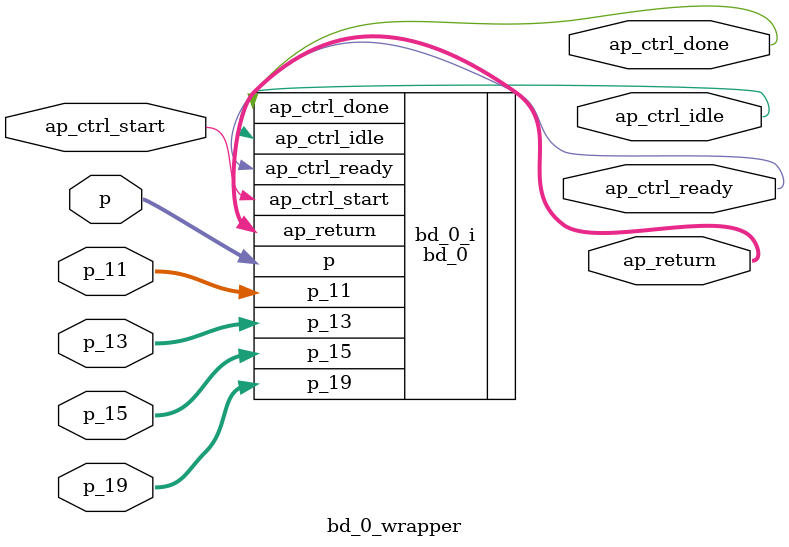
<source format=v>
`timescale 1 ps / 1 ps

module bd_0_wrapper
   (ap_ctrl_done,
    ap_ctrl_idle,
    ap_ctrl_ready,
    ap_ctrl_start,
    ap_return,
    p,
    p_11,
    p_13,
    p_15,
    p_19);
  output ap_ctrl_done;
  output ap_ctrl_idle;
  output ap_ctrl_ready;
  input ap_ctrl_start;
  output [15:0]ap_return;
  input [31:0]p;
  input [15:0]p_11;
  input [31:0]p_13;
  input [31:0]p_15;
  input [15:0]p_19;

  wire ap_ctrl_done;
  wire ap_ctrl_idle;
  wire ap_ctrl_ready;
  wire ap_ctrl_start;
  wire [15:0]ap_return;
  wire [31:0]p;
  wire [15:0]p_11;
  wire [31:0]p_13;
  wire [31:0]p_15;
  wire [15:0]p_19;

  bd_0 bd_0_i
       (.ap_ctrl_done(ap_ctrl_done),
        .ap_ctrl_idle(ap_ctrl_idle),
        .ap_ctrl_ready(ap_ctrl_ready),
        .ap_ctrl_start(ap_ctrl_start),
        .ap_return(ap_return),
        .p(p),
        .p_11(p_11),
        .p_13(p_13),
        .p_15(p_15),
        .p_19(p_19));
endmodule

</source>
